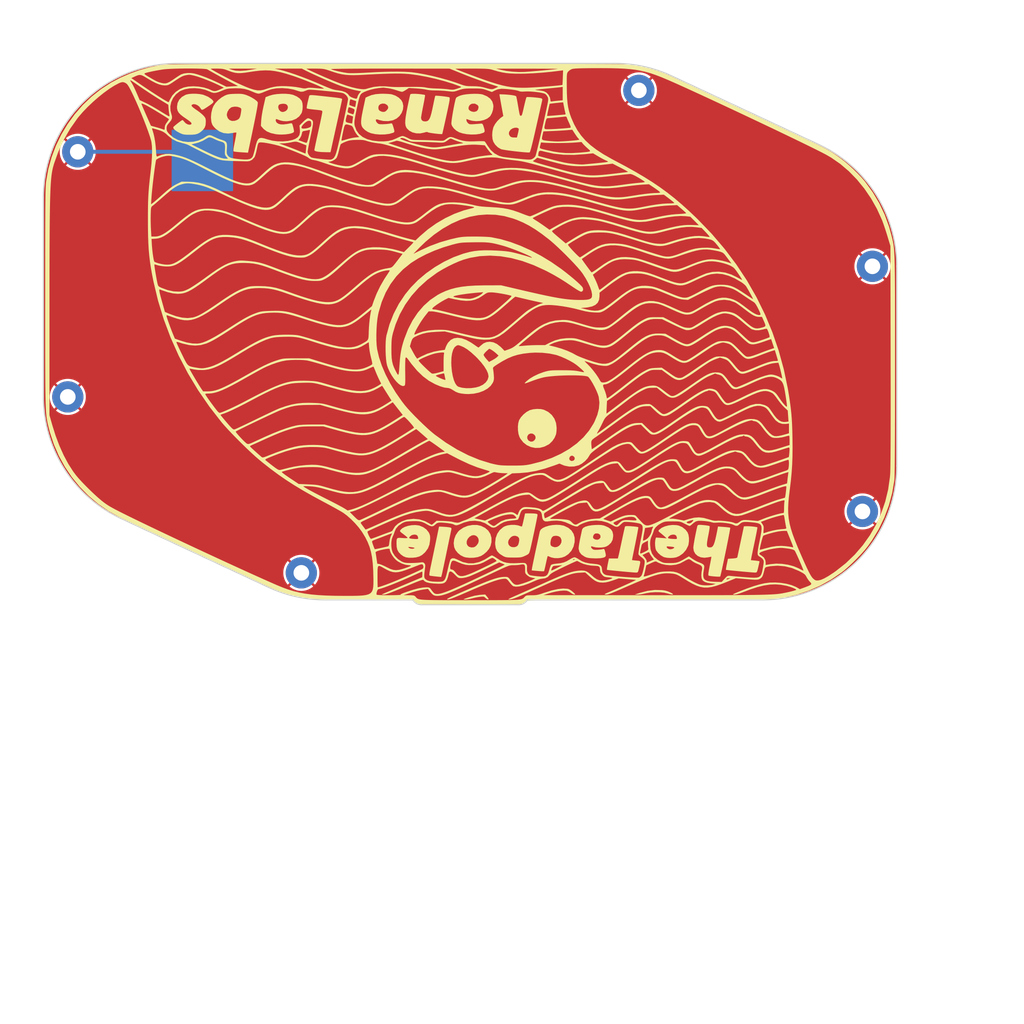
<source format=kicad_pcb>
(kicad_pcb (version 20221018) (generator pcbnew)
  (layers (0 "F.Cu" signal) (31 "B.Cu" signal) (34 "B.Paste" user) (35 "F.Paste" user) (36 "B.SilkS" user "B.Silkscreen") (37 "F.SilkS" user "F.Silkscreen") (38 "B.Mask" user) (39 "F.Mask" user) (44 "Edge.Cuts" user))
  (net 0 "")
  (net 1 "GND")
  (footprint "MountingHole:MountingHole_3.2mm_M3_Pad_TopBottom" (layer "F.Cu") (at 44.5 93.387892)
    (fp_text reference "H2" hide)
    (fp_text value "MountingHole_Pad")
    (pad "1" thru_hole circle (at 0 0) (size 3.6 3.6) (drill 3.2) (layers "*.Cu" "*.Mask") (net 1 "GND"))
    (pad "1" connect circle (at 0 0) (size 6.4 6.4) (layers "F.Cu" "F.Mask") (net 1 "GND"))
    (pad "1" connect circle (at 0 0) (size 6.4 6.4) (layers "B.Cu" "B.Mask") (net 1 "GND"))
  )
  (footprint "MountingHole:MountingHole_3.2mm_M3_Pad_TopBottom" (layer "F.Cu") (at 92.393622 129.46666)
    (fp_text reference "H3" hide)
    (fp_text value "MountingHole_Pad")
    (pad "1" thru_hole circle (at 0 0) (size 3.6 3.6) (drill 3.2) (layers "*.Cu" "*.Mask") (net 1 "GND"))
    (pad "1" connect circle (at 0 0) (size 6.4 6.4) (layers "F.Cu" "F.Mask") (net 1 "GND"))
    (pad "1" connect circle (at 0 0) (size 6.4 6.4) (layers "B.Cu" "B.Mask") (net 1 "GND"))
  )
  (footprint "MountingHole:MountingHole_3.2mm_M3_Pad_TopBottom" (layer "F.Cu") (at 46.546041 43.125269)
    (fp_text reference "H1" hide)
    (fp_text value "MountingHole_Pad")
    (pad "1" thru_hole circle (at 0 0) (size 3.6 3.6) (drill 3.2) (layers "*.Cu" "*.Mask") (net 1 "GND"))
    (pad "1" connect circle (at 0 0) (size 6.4 6.4) (layers "F.Cu" "F.Mask") (net 1 "GND"))
    (pad "1" connect circle (at 0 0) (size 6.4 6.4) (layers "B.Cu" "B.Mask") (net 1 "GND"))
  )
  (footprint "logo:Tadpole_silk_v1" (layer "F.Cu") (at 127 80.5 180)
    (fp_text reference "G***" hide)
    (fp_text value "LOGO" hide)
  )
  (footprint "MountingHole:MountingHole_3.2mm_M3_Pad_TopBottom" (layer "F.Cu") (at 209.5 66.612108)
    (fp_text reference "H5" hide)
    (fp_text value "MountingHole_Pad")
    (pad "1" thru_hole circle (at 0 0) (size 3.6 3.6) (drill 3.2) (layers "*.Cu" "*.Mask") (net 1 "GND"))
    (pad "1" connect circle (at 0 0) (size 6.4 6.4) (layers "F.Cu" "F.Mask") (net 1 "GND"))
    (pad "1" connect circle (at 0 0) (size 6.4 6.4) (layers "B.Cu" "B.Mask") (net 1 "GND"))
  )
  (footprint "MountingHole:MountingHole_3.2mm_M3_Pad_TopBottom" (layer "F.Cu") (at 207.453959 116.874731)
    (fp_text reference "H4" hide)
    (fp_text value "MountingHole_Pad")
    (pad "1" thru_hole circle (at 0 0) (size 3.6 3.6) (drill 3.2) (layers "*.Cu" "*.Mask") (net 1 "GND"))
    (pad "1" connect circle (at 0 0) (size 6.4 6.4) (layers "F.Cu" "F.Mask") (net 1 "GND"))
    (pad "1" connect circle (at 0 0) (size 6.4 6.4) (layers "B.Cu" "B.Mask") (net 1 "GND"))
  )
  (footprint "MountingHole:MountingHole_3.2mm_M3_Pad_TopBottom" (layer "F.Cu") (at 161.606378 30.53334)
    (fp_text reference "H6" hide)
    (fp_text value "MountingHole_Pad")
    (pad "1" thru_hole circle (at 0 0) (size 3.6 3.6) (drill 3.2) (layers "*.Cu" "*.Mask") (net 1 "GND"))
    (pad "1" connect circle (at 0 0) (size 6.4 6.4) (layers "F.Cu" "F.Mask") (net 1 "GND"))
    (pad "1" connect circle (at 0 0) (size 6.4 6.4) (layers "B.Cu" "B.Mask") (net 1 "GND"))
  )
  (gr_line (start 214.5 107.5) (end 214.5 66.612108) (stroke (width 0.25)) (layer "Edge.Cuts"))
  (gr_line (start 55.377998 118.311356) (end 85.641511 132.423464) (stroke (width 0.25)) (layer "Edge.Cuts"))
  (gr_arc (start 156.736487 25) (mid 162.688577 25.651857) (end 168.358489 27.576536) (stroke (width 0.25)) (layer "Edge.Cuts"))
  (gr_line (start 97.263513 135) (end 115.267949 135) (stroke (width 0.25)) (layer "Edge.Cuts"))
  (gr_arc (start 214.5 107.5) (mid 206.445436 126.945436) (end 187 135) (stroke (width 0.25)) (layer "Edge.Cuts"))
  (gr_arc (start 97.263513 135) (mid 91.311423 134.348143) (end 85.641511 132.423464) (stroke (width 0.25)) (layer "Edge.Cuts"))
  (gr_arc (start 39.5 52.5) (mid 47.554564 33.054564) (end 67 25) (stroke (width 0.25)) (layer "Edge.Cuts"))
  (gr_arc (start 117 136) (mid 116 135.732051) (end 115.267949 135) (stroke (width 0.25)) (layer "Edge.Cuts"))
  (gr_arc (start 138.732051 135) (mid 138 135.732051) (end 137 136) (stroke (width 0.25)) (layer "Edge.Cuts"))
  (gr_line (start 198.622002 41.688644) (end 168.358489 27.576536) (stroke (width 0.25)) (layer "Edge.Cuts"))
  (gr_line (start 39.5 52.5) (end 39.5 93.387892) (stroke (width 0.25)) (layer "Edge.Cuts"))
  (gr_line (start 156.736487 25) (end 67 25) (stroke (width 0.25)) (layer "Edge.Cuts"))
  (gr_line (start 138.732051 135) (end 187 135) (stroke (width 0.25)) (layer "Edge.Cuts"))
  (gr_arc (start 198.622002 41.688644) (mid 210.193261 51.83637) (end 214.5 66.612108) (stroke (width 0.25)) (layer "Edge.Cuts"))
  (gr_line (start 117 136) (end 137 136) (stroke (width 0.25)) (layer "Edge.Cuts"))
  (gr_arc (start 55.377998 118.311356) (mid 43.806735 108.163631) (end 39.5 93.387892) (stroke (width 0.25)) (layer "Edge.Cuts"))
  (segment (start 46.546041 43.125269) (end 70.2 43.125269) (width 0.8) (layer "B.Cu") (net 1))
  (segment (start 70.925269 43.125269) (end 71 43.2) (width 0.25) (layer "B.Cu") (net 1))
  (zone (net 1) (net_name "GND") (layer "F.Cu") (connect_pads (clearance 0.5)) (min_thickness 0.25) (fill yes (thermal_gap 0.5) (thermal_bridge_width 0.5))
    (polygon (pts (xy 30.6 12) (xy 240.6 12) (xy 240.6 222) (xy 30.6 222)))
  )
  (zone (net 1) (net_name "GND") (layer "B.Cu") (connect_pads (clearance 0.5)) (min_thickness 0.25) (fill yes (thermal_gap 0.5) (thermal_bridge_width 0.5))
    (polygon (pts (xy 65.8 38.6) (xy 78.4 38.6) (xy 78.4 51.2) (xy 65.8 51.2)))
  )
)
</source>
